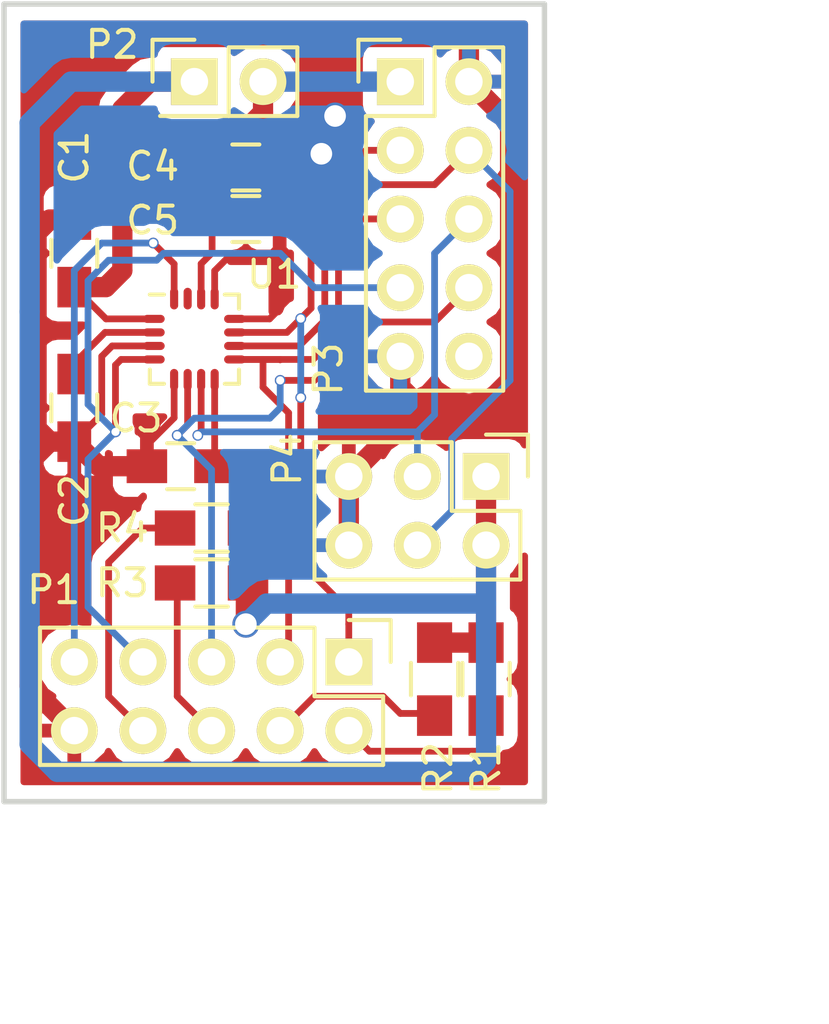
<source format=kicad_pcb>
(kicad_pcb (version 4) (host pcbnew 0.201509061501+6161~29~ubuntu14.04.1-product)

  (general
    (links 44)
    (no_connects 0)
    (area 98.375 98.645 133.5 139.700001)
    (thickness 1.6)
    (drawings 6)
    (tracks 201)
    (zones 0)
    (modules 14)
    (nets 17)
  )

  (page A4)
  (layers
    (0 F.Cu signal)
    (31 B.Cu signal)
    (32 B.Adhes user)
    (33 F.Adhes user)
    (34 B.Paste user)
    (35 F.Paste user)
    (36 B.SilkS user)
    (37 F.SilkS user)
    (38 B.Mask user)
    (39 F.Mask user)
    (40 Dwgs.User user)
    (41 Cmts.User user)
    (42 Eco1.User user)
    (43 Eco2.User user)
    (44 Edge.Cuts user)
    (45 Margin user)
    (46 B.CrtYd user)
    (47 F.CrtYd user)
    (48 B.Fab user)
    (49 F.Fab user)
  )

  (setup
    (last_trace_width 0.25)
    (trace_clearance 0.2)
    (zone_clearance 0.508)
    (zone_45_only no)
    (trace_min 0.2)
    (segment_width 0.2)
    (edge_width 0.2)
    (via_size 0.4)
    (via_drill 0.3)
    (via_min_size 0.4)
    (via_min_drill 0.3)
    (uvia_size 0.3)
    (uvia_drill 0.1)
    (uvias_allowed no)
    (uvia_min_size 0.2)
    (uvia_min_drill 0.1)
    (pcb_text_width 0.3)
    (pcb_text_size 1.5 1.5)
    (mod_edge_width 0.15)
    (mod_text_size 1 1)
    (mod_text_width 0.15)
    (pad_size 1.524 1.524)
    (pad_drill 0.762)
    (pad_to_mask_clearance 0.2)
    (aux_axis_origin 0 0)
    (visible_elements FFFFFF7F)
    (pcbplotparams
      (layerselection 0x010f0_80000001)
      (usegerberextensions true)
      (excludeedgelayer true)
      (linewidth 0.100000)
      (plotframeref false)
      (viasonmask false)
      (mode 1)
      (useauxorigin false)
      (hpglpennumber 1)
      (hpglpenspeed 20)
      (hpglpendiameter 15)
      (hpglpenoverlay 2)
      (psnegative false)
      (psa4output false)
      (plotreference true)
      (plotvalue true)
      (plotinvisibletext false)
      (padsonsilk false)
      (subtractmaskfromsilk false)
      (outputformat 1)
      (mirror false)
      (drillshape 0)
      (scaleselection 1)
      (outputdirectory gerbers/))
  )

  (net 0 "")
  (net 1 VDDIO)
  (net 2 GND)
  (net 3 "Net-(C2-Pad1)")
  (net 4 "Net-(C3-Pad1)")
  (net 5 VDD)
  (net 6 INT1)
  (net 7 "Net-(P1-Pad2)")
  (net 8 INT2)
  (net 9 "Net-(P1-Pad4)")
  (net 10 SCL/SCLK)
  (net 11 "Net-(P1-Pad6)")
  (net 12 SDA/MOSI)
  (net 13 "Net-(P1-Pad8)")
  (net 14 "Net-(P1-Pad9)")
  (net 15 SA0/MISO)
  (net 16 SA1/CS_B)

  (net_class Default "This is the default net class."
    (clearance 0.2)
    (trace_width 0.25)
    (via_dia 0.4)
    (via_drill 0.3)
    (uvia_dia 0.3)
    (uvia_drill 0.1)
    (add_net INT1)
    (add_net INT2)
    (add_net "Net-(C2-Pad1)")
    (add_net "Net-(C3-Pad1)")
    (add_net "Net-(P1-Pad2)")
    (add_net "Net-(P1-Pad4)")
    (add_net "Net-(P1-Pad6)")
    (add_net "Net-(P1-Pad8)")
    (add_net "Net-(P1-Pad9)")
    (add_net SA0/MISO)
    (add_net SA1/CS_B)
    (add_net SCL/SCLK)
    (add_net SDA/MOSI)
  )

  (net_class Power ""
    (clearance 0.2)
    (trace_width 0.75)
    (via_dia 1)
    (via_drill 0.8)
    (uvia_dia 0.3)
    (uvia_drill 0.1)
    (add_net GND)
    (add_net VDD)
    (add_net VDDIO)
  )

  (module Capacitors_SMD:C_0805_HandSoldering (layer F.Cu) (tedit 55E30071) (tstamp 55E2D367)
    (at 101.6 109.22 90)
    (descr "Capacitor SMD 0805, hand soldering")
    (tags "capacitor 0805")
    (path /55E1FED0)
    (attr smd)
    (fp_text reference C1 (at 3.556 0 90) (layer F.SilkS)
      (effects (font (size 1 1) (thickness 0.15)))
    )
    (fp_text value 0.1uF (at 0 2.1 90) (layer F.Fab) hide
      (effects (font (size 1 1) (thickness 0.15)))
    )
    (fp_line (start -2.3 -1) (end 2.3 -1) (layer F.CrtYd) (width 0.05))
    (fp_line (start -2.3 1) (end 2.3 1) (layer F.CrtYd) (width 0.05))
    (fp_line (start -2.3 -1) (end -2.3 1) (layer F.CrtYd) (width 0.05))
    (fp_line (start 2.3 -1) (end 2.3 1) (layer F.CrtYd) (width 0.05))
    (fp_line (start 0.5 -0.85) (end -0.5 -0.85) (layer F.SilkS) (width 0.15))
    (fp_line (start -0.5 0.85) (end 0.5 0.85) (layer F.SilkS) (width 0.15))
    (pad 1 smd rect (at -1.25 0 90) (size 1.5 1.25) (layers F.Cu F.Paste F.Mask)
      (net 1 VDDIO))
    (pad 2 smd rect (at 1.25 0 90) (size 1.5 1.25) (layers F.Cu F.Paste F.Mask)
      (net 2 GND))
    (model Capacitors_SMD.3dshapes/C_0805_HandSoldering.wrl
      (at (xyz 0 0 0))
      (scale (xyz 1 1 1))
      (rotate (xyz 0 0 0))
    )
  )

  (module Capacitors_SMD:C_0805_HandSoldering (layer F.Cu) (tedit 55E3006A) (tstamp 55E2D36D)
    (at 101.6 114.935 270)
    (descr "Capacitor SMD 0805, hand soldering")
    (tags "capacitor 0805")
    (path /55E1FA73)
    (attr smd)
    (fp_text reference C2 (at 3.429 0 270) (layer F.SilkS)
      (effects (font (size 1 1) (thickness 0.15)))
    )
    (fp_text value 0.1uF (at 0 2.1 270) (layer F.Fab) hide
      (effects (font (size 1 1) (thickness 0.15)))
    )
    (fp_line (start -2.3 -1) (end 2.3 -1) (layer F.CrtYd) (width 0.05))
    (fp_line (start -2.3 1) (end 2.3 1) (layer F.CrtYd) (width 0.05))
    (fp_line (start -2.3 -1) (end -2.3 1) (layer F.CrtYd) (width 0.05))
    (fp_line (start 2.3 -1) (end 2.3 1) (layer F.CrtYd) (width 0.05))
    (fp_line (start 0.5 -0.85) (end -0.5 -0.85) (layer F.SilkS) (width 0.15))
    (fp_line (start -0.5 0.85) (end 0.5 0.85) (layer F.SilkS) (width 0.15))
    (pad 1 smd rect (at -1.25 0 270) (size 1.5 1.25) (layers F.Cu F.Paste F.Mask)
      (net 3 "Net-(C2-Pad1)"))
    (pad 2 smd rect (at 1.25 0 270) (size 1.5 1.25) (layers F.Cu F.Paste F.Mask)
      (net 2 GND))
    (model Capacitors_SMD.3dshapes/C_0805_HandSoldering.wrl
      (at (xyz 0 0 0))
      (scale (xyz 1 1 1))
      (rotate (xyz 0 0 0))
    )
  )

  (module Capacitors_SMD:C_0805_HandSoldering (layer F.Cu) (tedit 55E30139) (tstamp 55E2D373)
    (at 105.537 117.094 180)
    (descr "Capacitor SMD 0805, hand soldering")
    (tags "capacitor 0805")
    (path /55E1FF1A)
    (attr smd)
    (fp_text reference C3 (at 1.651 1.778 180) (layer F.SilkS)
      (effects (font (size 1 1) (thickness 0.15)))
    )
    (fp_text value 0.1uF (at 0 2.1 180) (layer F.Fab) hide
      (effects (font (size 1 1) (thickness 0.15)))
    )
    (fp_line (start -2.3 -1) (end 2.3 -1) (layer F.CrtYd) (width 0.05))
    (fp_line (start -2.3 1) (end 2.3 1) (layer F.CrtYd) (width 0.05))
    (fp_line (start -2.3 -1) (end -2.3 1) (layer F.CrtYd) (width 0.05))
    (fp_line (start 2.3 -1) (end 2.3 1) (layer F.CrtYd) (width 0.05))
    (fp_line (start 0.5 -0.85) (end -0.5 -0.85) (layer F.SilkS) (width 0.15))
    (fp_line (start -0.5 0.85) (end 0.5 0.85) (layer F.SilkS) (width 0.15))
    (pad 1 smd rect (at -1.25 0 180) (size 1.5 1.25) (layers F.Cu F.Paste F.Mask)
      (net 4 "Net-(C3-Pad1)"))
    (pad 2 smd rect (at 1.25 0 180) (size 1.5 1.25) (layers F.Cu F.Paste F.Mask)
      (net 2 GND))
    (model Capacitors_SMD.3dshapes/C_0805_HandSoldering.wrl
      (at (xyz 0 0 0))
      (scale (xyz 1 1 1))
      (rotate (xyz 0 0 0))
    )
  )

  (module Capacitors_SMD:C_0805_HandSoldering (layer F.Cu) (tedit 55E30050) (tstamp 55E2D379)
    (at 107.95 106.045)
    (descr "Capacitor SMD 0805, hand soldering")
    (tags "capacitor 0805")
    (path /55E2015D)
    (attr smd)
    (fp_text reference C4 (at -3.45 -0.045) (layer F.SilkS)
      (effects (font (size 1 1) (thickness 0.15)))
    )
    (fp_text value 4.7uF (at 0 2.1) (layer F.Fab) hide
      (effects (font (size 1 1) (thickness 0.15)))
    )
    (fp_line (start -2.3 -1) (end 2.3 -1) (layer F.CrtYd) (width 0.05))
    (fp_line (start -2.3 1) (end 2.3 1) (layer F.CrtYd) (width 0.05))
    (fp_line (start -2.3 -1) (end -2.3 1) (layer F.CrtYd) (width 0.05))
    (fp_line (start 2.3 -1) (end 2.3 1) (layer F.CrtYd) (width 0.05))
    (fp_line (start 0.5 -0.85) (end -0.5 -0.85) (layer F.SilkS) (width 0.15))
    (fp_line (start -0.5 0.85) (end 0.5 0.85) (layer F.SilkS) (width 0.15))
    (pad 1 smd rect (at -1.25 0) (size 1.5 1.25) (layers F.Cu F.Paste F.Mask)
      (net 5 VDD))
    (pad 2 smd rect (at 1.25 0) (size 1.5 1.25) (layers F.Cu F.Paste F.Mask)
      (net 2 GND))
    (model Capacitors_SMD.3dshapes/C_0805_HandSoldering.wrl
      (at (xyz 0 0 0))
      (scale (xyz 1 1 1))
      (rotate (xyz 0 0 0))
    )
  )

  (module Capacitors_SMD:C_0805_HandSoldering (layer F.Cu) (tedit 55E3004B) (tstamp 55E2D37F)
    (at 107.95 107.95)
    (descr "Capacitor SMD 0805, hand soldering")
    (tags "capacitor 0805")
    (path /55E20068)
    (attr smd)
    (fp_text reference C5 (at -3.45 0.05) (layer F.SilkS)
      (effects (font (size 1 1) (thickness 0.15)))
    )
    (fp_text value 0.1uF (at 0 2.1) (layer F.Fab) hide
      (effects (font (size 1 1) (thickness 0.15)))
    )
    (fp_line (start -2.3 -1) (end 2.3 -1) (layer F.CrtYd) (width 0.05))
    (fp_line (start -2.3 1) (end 2.3 1) (layer F.CrtYd) (width 0.05))
    (fp_line (start -2.3 -1) (end -2.3 1) (layer F.CrtYd) (width 0.05))
    (fp_line (start 2.3 -1) (end 2.3 1) (layer F.CrtYd) (width 0.05))
    (fp_line (start 0.5 -0.85) (end -0.5 -0.85) (layer F.SilkS) (width 0.15))
    (fp_line (start -0.5 0.85) (end 0.5 0.85) (layer F.SilkS) (width 0.15))
    (pad 1 smd rect (at -1.25 0) (size 1.5 1.25) (layers F.Cu F.Paste F.Mask)
      (net 5 VDD))
    (pad 2 smd rect (at 1.25 0) (size 1.5 1.25) (layers F.Cu F.Paste F.Mask)
      (net 2 GND))
    (model Capacitors_SMD.3dshapes/C_0805_HandSoldering.wrl
      (at (xyz 0 0 0))
      (scale (xyz 1 1 1))
      (rotate (xyz 0 0 0))
    )
  )

  (module Pin_Headers:Pin_Header_Straight_2x05 (layer F.Cu) (tedit 55E300FF) (tstamp 55E2D38D)
    (at 111.76 124.333 270)
    (descr "Through hole pin header")
    (tags "pin header")
    (path /55E2C43C)
    (fp_text reference P1 (at -2.667 10.922 360) (layer F.SilkS)
      (effects (font (size 1 1) (thickness 0.15)))
    )
    (fp_text value CONN_02X05 (at 0 -3.1 270) (layer F.Fab) hide
      (effects (font (size 1 1) (thickness 0.15)))
    )
    (fp_line (start -1.75 -1.75) (end -1.75 11.95) (layer F.CrtYd) (width 0.05))
    (fp_line (start 4.3 -1.75) (end 4.3 11.95) (layer F.CrtYd) (width 0.05))
    (fp_line (start -1.75 -1.75) (end 4.3 -1.75) (layer F.CrtYd) (width 0.05))
    (fp_line (start -1.75 11.95) (end 4.3 11.95) (layer F.CrtYd) (width 0.05))
    (fp_line (start 3.81 -1.27) (end 3.81 11.43) (layer F.SilkS) (width 0.15))
    (fp_line (start 3.81 11.43) (end -1.27 11.43) (layer F.SilkS) (width 0.15))
    (fp_line (start -1.27 11.43) (end -1.27 1.27) (layer F.SilkS) (width 0.15))
    (fp_line (start 3.81 -1.27) (end 1.27 -1.27) (layer F.SilkS) (width 0.15))
    (fp_line (start 0 -1.55) (end -1.55 -1.55) (layer F.SilkS) (width 0.15))
    (fp_line (start 1.27 -1.27) (end 1.27 1.27) (layer F.SilkS) (width 0.15))
    (fp_line (start 1.27 1.27) (end -1.27 1.27) (layer F.SilkS) (width 0.15))
    (fp_line (start -1.55 -1.55) (end -1.55 0) (layer F.SilkS) (width 0.15))
    (pad 1 thru_hole rect (at 0 0 270) (size 1.7272 1.7272) (drill 1.016) (layers *.Cu *.Mask F.SilkS)
      (net 6 INT1))
    (pad 2 thru_hole oval (at 2.54 0 270) (size 1.7272 1.7272) (drill 1.016) (layers *.Cu *.Mask F.SilkS)
      (net 7 "Net-(P1-Pad2)"))
    (pad 3 thru_hole oval (at 0 2.54 270) (size 1.7272 1.7272) (drill 1.016) (layers *.Cu *.Mask F.SilkS)
      (net 8 INT2))
    (pad 4 thru_hole oval (at 2.54 2.54 270) (size 1.7272 1.7272) (drill 1.016) (layers *.Cu *.Mask F.SilkS)
      (net 9 "Net-(P1-Pad4)"))
    (pad 5 thru_hole oval (at 0 5.08 270) (size 1.7272 1.7272) (drill 1.016) (layers *.Cu *.Mask F.SilkS)
      (net 12 SDA/MOSI))
    (pad 6 thru_hole oval (at 2.54 5.08 270) (size 1.7272 1.7272) (drill 1.016) (layers *.Cu *.Mask F.SilkS)
      (net 11 "Net-(P1-Pad6)"))
    (pad 7 thru_hole oval (at 0 7.62 270) (size 1.7272 1.7272) (drill 1.016) (layers *.Cu *.Mask F.SilkS)
      (net 10 SCL/SCLK))
    (pad 8 thru_hole oval (at 2.54 7.62 270) (size 1.7272 1.7272) (drill 1.016) (layers *.Cu *.Mask F.SilkS)
      (net 13 "Net-(P1-Pad8)"))
    (pad 9 thru_hole oval (at 0 10.16 270) (size 1.7272 1.7272) (drill 1.016) (layers *.Cu *.Mask F.SilkS)
      (net 14 "Net-(P1-Pad9)"))
    (pad 10 thru_hole oval (at 2.54 10.16 270) (size 1.7272 1.7272) (drill 1.016) (layers *.Cu *.Mask F.SilkS)
      (net 2 GND))
    (model Pin_Headers.3dshapes/Pin_Header_Straight_2x05.wrl
      (at (xyz 0.05 -0.2 0))
      (scale (xyz 1 1 1))
      (rotate (xyz 0 0 90))
    )
  )

  (module Pin_Headers:Pin_Header_Straight_2x01 (layer F.Cu) (tedit 55E30002) (tstamp 55E2D393)
    (at 106.045 102.87)
    (descr "Through hole pin header")
    (tags "pin header")
    (path /55E2E21C)
    (fp_text reference P2 (at -3.045 -1.37) (layer F.SilkS)
      (effects (font (size 1 1) (thickness 0.15)))
    )
    (fp_text value CONN_02X01 (at 0 -3.1) (layer F.Fab) hide
      (effects (font (size 1 1) (thickness 0.15)))
    )
    (fp_line (start -1.75 -1.75) (end -1.75 1.75) (layer F.CrtYd) (width 0.05))
    (fp_line (start 4.3 -1.75) (end 4.3 1.75) (layer F.CrtYd) (width 0.05))
    (fp_line (start -1.75 -1.75) (end 4.3 -1.75) (layer F.CrtYd) (width 0.05))
    (fp_line (start -1.75 1.75) (end 4.3 1.75) (layer F.CrtYd) (width 0.05))
    (fp_line (start -1.55 0) (end -1.55 -1.55) (layer F.SilkS) (width 0.15))
    (fp_line (start 0 -1.55) (end -1.55 -1.55) (layer F.SilkS) (width 0.15))
    (fp_line (start -1.27 1.27) (end 1.27 1.27) (layer F.SilkS) (width 0.15))
    (fp_line (start 3.81 -1.27) (end 1.27 -1.27) (layer F.SilkS) (width 0.15))
    (fp_line (start 1.27 -1.27) (end 1.27 1.27) (layer F.SilkS) (width 0.15))
    (fp_line (start 1.27 1.27) (end 3.81 1.27) (layer F.SilkS) (width 0.15))
    (fp_line (start 3.81 1.27) (end 3.81 -1.27) (layer F.SilkS) (width 0.15))
    (pad 1 thru_hole rect (at 0 0) (size 1.7272 1.7272) (drill 1.016) (layers *.Cu *.Mask F.SilkS)
      (net 1 VDDIO))
    (pad 2 thru_hole oval (at 2.54 0) (size 1.7272 1.7272) (drill 1.016) (layers *.Cu *.Mask F.SilkS)
      (net 5 VDD))
    (model Pin_Headers.3dshapes/Pin_Header_Straight_2x01.wrl
      (at (xyz 0.05 0 0))
      (scale (xyz 1 1 1))
      (rotate (xyz 0 0 90))
    )
  )

  (module Pin_Headers:Pin_Header_Straight_2x05 (layer F.Cu) (tedit 55E30008) (tstamp 55E2D3A1)
    (at 113.665 102.87)
    (descr "Through hole pin header")
    (tags "pin header")
    (path /55E2DE31)
    (fp_text reference P3 (at -2.665 10.63 90) (layer F.SilkS)
      (effects (font (size 1 1) (thickness 0.15)))
    )
    (fp_text value CONN_02X05 (at 0 -3.1) (layer F.Fab) hide
      (effects (font (size 1 1) (thickness 0.15)))
    )
    (fp_line (start -1.75 -1.75) (end -1.75 11.95) (layer F.CrtYd) (width 0.05))
    (fp_line (start 4.3 -1.75) (end 4.3 11.95) (layer F.CrtYd) (width 0.05))
    (fp_line (start -1.75 -1.75) (end 4.3 -1.75) (layer F.CrtYd) (width 0.05))
    (fp_line (start -1.75 11.95) (end 4.3 11.95) (layer F.CrtYd) (width 0.05))
    (fp_line (start 3.81 -1.27) (end 3.81 11.43) (layer F.SilkS) (width 0.15))
    (fp_line (start 3.81 11.43) (end -1.27 11.43) (layer F.SilkS) (width 0.15))
    (fp_line (start -1.27 11.43) (end -1.27 1.27) (layer F.SilkS) (width 0.15))
    (fp_line (start 3.81 -1.27) (end 1.27 -1.27) (layer F.SilkS) (width 0.15))
    (fp_line (start 0 -1.55) (end -1.55 -1.55) (layer F.SilkS) (width 0.15))
    (fp_line (start 1.27 -1.27) (end 1.27 1.27) (layer F.SilkS) (width 0.15))
    (fp_line (start 1.27 1.27) (end -1.27 1.27) (layer F.SilkS) (width 0.15))
    (fp_line (start -1.55 -1.55) (end -1.55 0) (layer F.SilkS) (width 0.15))
    (pad 1 thru_hole rect (at 0 0) (size 1.7272 1.7272) (drill 1.016) (layers *.Cu *.Mask F.SilkS)
      (net 5 VDD))
    (pad 2 thru_hole oval (at 2.54 0) (size 1.7272 1.7272) (drill 1.016) (layers *.Cu *.Mask F.SilkS)
      (net 2 GND))
    (pad 3 thru_hole oval (at 0 2.54) (size 1.7272 1.7272) (drill 1.016) (layers *.Cu *.Mask F.SilkS)
      (net 6 INT1))
    (pad 4 thru_hole oval (at 2.54 2.54) (size 1.7272 1.7272) (drill 1.016) (layers *.Cu *.Mask F.SilkS)
      (net 16 SA1/CS_B))
    (pad 5 thru_hole oval (at 0 5.08) (size 1.7272 1.7272) (drill 1.016) (layers *.Cu *.Mask F.SilkS)
      (net 8 INT2))
    (pad 6 thru_hole oval (at 2.54 5.08) (size 1.7272 1.7272) (drill 1.016) (layers *.Cu *.Mask F.SilkS)
      (net 15 SA0/MISO))
    (pad 7 thru_hole oval (at 0 7.62) (size 1.7272 1.7272) (drill 1.016) (layers *.Cu *.Mask F.SilkS)
      (net 10 SCL/SCLK))
    (pad 8 thru_hole oval (at 2.54 7.62) (size 1.7272 1.7272) (drill 1.016) (layers *.Cu *.Mask F.SilkS)
      (net 12 SDA/MOSI))
    (pad 9 thru_hole oval (at 0 10.16) (size 1.7272 1.7272) (drill 1.016) (layers *.Cu *.Mask F.SilkS)
      (net 2 GND))
    (pad 10 thru_hole oval (at 2.54 10.16) (size 1.7272 1.7272) (drill 1.016) (layers *.Cu *.Mask F.SilkS))
    (model Pin_Headers.3dshapes/Pin_Header_Straight_2x05.wrl
      (at (xyz 0.05 -0.2 0))
      (scale (xyz 1 1 1))
      (rotate (xyz 0 0 90))
    )
  )

  (module Resistors_SMD:R_0805_HandSoldering (layer F.Cu) (tedit 55E300DE) (tstamp 55E2D3A7)
    (at 116.84 124.968 270)
    (descr "Resistor SMD 0805, hand soldering")
    (tags "resistor 0805")
    (path /55E2CBF8)
    (attr smd)
    (fp_text reference R1 (at 3.302 0 270) (layer F.SilkS)
      (effects (font (size 1 1) (thickness 0.15)))
    )
    (fp_text value 1k (at 0 2.1 270) (layer F.Fab) hide
      (effects (font (size 1 1) (thickness 0.15)))
    )
    (fp_line (start -2.4 -1) (end 2.4 -1) (layer F.CrtYd) (width 0.05))
    (fp_line (start -2.4 1) (end 2.4 1) (layer F.CrtYd) (width 0.05))
    (fp_line (start -2.4 -1) (end -2.4 1) (layer F.CrtYd) (width 0.05))
    (fp_line (start 2.4 -1) (end 2.4 1) (layer F.CrtYd) (width 0.05))
    (fp_line (start 0.6 0.875) (end -0.6 0.875) (layer F.SilkS) (width 0.15))
    (fp_line (start -0.6 -0.875) (end 0.6 -0.875) (layer F.SilkS) (width 0.15))
    (pad 1 smd rect (at -1.35 0 270) (size 1.5 1.3) (layers F.Cu F.Paste F.Mask)
      (net 1 VDDIO))
    (pad 2 smd rect (at 1.35 0 270) (size 1.5 1.3) (layers F.Cu F.Paste F.Mask)
      (net 7 "Net-(P1-Pad2)"))
    (model Resistors_SMD.3dshapes/R_0805_HandSoldering.wrl
      (at (xyz 0 0 0))
      (scale (xyz 1 1 1))
      (rotate (xyz 0 0 0))
    )
  )

  (module Resistors_SMD:R_0805_HandSoldering (layer F.Cu) (tedit 55E300DA) (tstamp 55E2D3AD)
    (at 114.935 124.968 270)
    (descr "Resistor SMD 0805, hand soldering")
    (tags "resistor 0805")
    (path /55E2CBA1)
    (attr smd)
    (fp_text reference R2 (at 3.302 -0.127 270) (layer F.SilkS)
      (effects (font (size 1 1) (thickness 0.15)))
    )
    (fp_text value 1k (at 0 2.1 270) (layer F.Fab) hide
      (effects (font (size 1 1) (thickness 0.15)))
    )
    (fp_line (start -2.4 -1) (end 2.4 -1) (layer F.CrtYd) (width 0.05))
    (fp_line (start -2.4 1) (end 2.4 1) (layer F.CrtYd) (width 0.05))
    (fp_line (start -2.4 -1) (end -2.4 1) (layer F.CrtYd) (width 0.05))
    (fp_line (start 2.4 -1) (end 2.4 1) (layer F.CrtYd) (width 0.05))
    (fp_line (start 0.6 0.875) (end -0.6 0.875) (layer F.SilkS) (width 0.15))
    (fp_line (start -0.6 -0.875) (end 0.6 -0.875) (layer F.SilkS) (width 0.15))
    (pad 1 smd rect (at -1.35 0 270) (size 1.5 1.3) (layers F.Cu F.Paste F.Mask)
      (net 1 VDDIO))
    (pad 2 smd rect (at 1.35 0 270) (size 1.5 1.3) (layers F.Cu F.Paste F.Mask)
      (net 9 "Net-(P1-Pad4)"))
    (model Resistors_SMD.3dshapes/R_0805_HandSoldering.wrl
      (at (xyz 0 0 0))
      (scale (xyz 1 1 1))
      (rotate (xyz 0 0 0))
    )
  )

  (module Resistors_SMD:R_0805_HandSoldering (layer F.Cu) (tedit 55E3008D) (tstamp 55E2D3B3)
    (at 106.68 121.412 180)
    (descr "Resistor SMD 0805, hand soldering")
    (tags "resistor 0805")
    (path /55E2C9E2)
    (attr smd)
    (fp_text reference R3 (at 3.302 0 180) (layer F.SilkS)
      (effects (font (size 1 1) (thickness 0.15)))
    )
    (fp_text value 1k (at 0 2.1 180) (layer F.Fab) hide
      (effects (font (size 1 1) (thickness 0.15)))
    )
    (fp_line (start -2.4 -1) (end 2.4 -1) (layer F.CrtYd) (width 0.05))
    (fp_line (start -2.4 1) (end 2.4 1) (layer F.CrtYd) (width 0.05))
    (fp_line (start -2.4 -1) (end -2.4 1) (layer F.CrtYd) (width 0.05))
    (fp_line (start 2.4 -1) (end 2.4 1) (layer F.CrtYd) (width 0.05))
    (fp_line (start 0.6 0.875) (end -0.6 0.875) (layer F.SilkS) (width 0.15))
    (fp_line (start -0.6 -0.875) (end 0.6 -0.875) (layer F.SilkS) (width 0.15))
    (pad 1 smd rect (at -1.35 0 180) (size 1.5 1.3) (layers F.Cu F.Paste F.Mask)
      (net 1 VDDIO))
    (pad 2 smd rect (at 1.35 0 180) (size 1.5 1.3) (layers F.Cu F.Paste F.Mask)
      (net 11 "Net-(P1-Pad6)"))
    (model Resistors_SMD.3dshapes/R_0805_HandSoldering.wrl
      (at (xyz 0 0 0))
      (scale (xyz 1 1 1))
      (rotate (xyz 0 0 0))
    )
  )

  (module Resistors_SMD:R_0805_HandSoldering (layer F.Cu) (tedit 55E30085) (tstamp 55E2D3B9)
    (at 106.68 119.38 180)
    (descr "Resistor SMD 0805, hand soldering")
    (tags "resistor 0805")
    (path /55E2CC2A)
    (attr smd)
    (fp_text reference R4 (at 3.302 0 180) (layer F.SilkS)
      (effects (font (size 1 1) (thickness 0.15)))
    )
    (fp_text value 1k (at 0 2.1 180) (layer F.Fab) hide
      (effects (font (size 1 1) (thickness 0.15)))
    )
    (fp_line (start -2.4 -1) (end 2.4 -1) (layer F.CrtYd) (width 0.05))
    (fp_line (start -2.4 1) (end 2.4 1) (layer F.CrtYd) (width 0.05))
    (fp_line (start -2.4 -1) (end -2.4 1) (layer F.CrtYd) (width 0.05))
    (fp_line (start 2.4 -1) (end 2.4 1) (layer F.CrtYd) (width 0.05))
    (fp_line (start 0.6 0.875) (end -0.6 0.875) (layer F.SilkS) (width 0.15))
    (fp_line (start -0.6 -0.875) (end 0.6 -0.875) (layer F.SilkS) (width 0.15))
    (pad 1 smd rect (at -1.35 0 180) (size 1.5 1.3) (layers F.Cu F.Paste F.Mask)
      (net 1 VDDIO))
    (pad 2 smd rect (at 1.35 0 180) (size 1.5 1.3) (layers F.Cu F.Paste F.Mask)
      (net 13 "Net-(P1-Pad8)"))
    (model Resistors_SMD.3dshapes/R_0805_HandSoldering.wrl
      (at (xyz 0 0 0))
      (scale (xyz 1 1 1))
      (rotate (xyz 0 0 0))
    )
  )

  (module custom:QFN-16_3x3mm_p0.5mm-FXOS (layer F.Cu) (tedit 55E30055) (tstamp 55E2DF37)
    (at 106.045 112.395)
    (descr "16-Lead Quad Flat, No Lead Package 3x3x0.5 mm Body QFN - Special for FXOS")
    (tags "QFN 0.5")
    (path /55E1F850)
    (solder_mask_margin 0.113)
    (solder_paste_margin -0.015)
    (attr smd)
    (fp_text reference U1 (at 2.955 -2.395) (layer F.SilkS)
      (effects (font (size 1 1) (thickness 0.15)))
    )
    (fp_text value FXOS8700CQ (at 0 2.9) (layer F.Fab) hide
      (effects (font (size 1 1) (thickness 0.15)))
    )
    (fp_line (start -2.75 -2.75) (end 2.75 -2.75) (layer F.CrtYd) (width 0.05))
    (fp_line (start 2.75 -2.75) (end 2.75 2.5) (layer F.CrtYd) (width 0.05))
    (fp_line (start 2.75 2.5) (end 2.75 2.75) (layer F.CrtYd) (width 0.05))
    (fp_line (start 2.75 2.75) (end -2.75 2.75) (layer F.CrtYd) (width 0.05))
    (fp_line (start -2.75 2.75) (end -2.75 -2.75) (layer F.CrtYd) (width 0.05))
    (fp_line (start 1.65 -1.65) (end 1.65 -1.125) (layer F.SilkS) (width 0.15))
    (fp_line (start -1.65 1.65) (end -1.65 1.125) (layer F.SilkS) (width 0.15))
    (fp_line (start 1.65 1.65) (end 1.65 1.125) (layer F.SilkS) (width 0.15))
    (fp_line (start -1.65 -1.65) (end -1.125 -1.65) (layer F.SilkS) (width 0.15))
    (fp_line (start -1.65 1.65) (end -1.125 1.65) (layer F.SilkS) (width 0.15))
    (fp_line (start 1.65 1.65) (end 1.125 1.65) (layer F.SilkS) (width 0.15))
    (fp_line (start 1.65 -1.65) (end 1.125 -1.65) (layer F.SilkS) (width 0.15))
    (pad 1 smd oval (at -1.5 -0.75) (size 0.8 0.3) (layers F.Cu F.Paste F.Mask)
      (net 1 VDDIO))
    (pad 2 smd oval (at -1.5 -0.25) (size 0.8 0.3) (layers F.Cu F.Paste F.Mask)
      (net 3 "Net-(C2-Pad1)"))
    (pad 3 smd oval (at -1.5 0.25) (size 0.8 0.3) (layers F.Cu F.Paste F.Mask)
      (net 2 GND))
    (pad 4 smd oval (at -1.5 0.75) (size 0.8 0.3) (layers F.Cu F.Paste F.Mask)
      (net 10 SCL/SCLK))
    (pad 5 smd oval (at -0.75 1.5 90) (size 0.8 0.3) (layers F.Cu F.Paste F.Mask)
      (net 2 GND))
    (pad 6 smd oval (at -0.25 1.5 90) (size 0.8 0.3) (layers F.Cu F.Paste F.Mask)
      (net 12 SDA/MOSI))
    (pad 7 smd oval (at 0.25 1.5 90) (size 0.8 0.3) (layers F.Cu F.Paste F.Mask)
      (net 15 SA0/MISO))
    (pad 8 smd oval (at 0.75 1.5 90) (size 0.8 0.3) (layers F.Cu F.Paste F.Mask)
      (net 4 "Net-(C3-Pad1)"))
    (pad 9 smd oval (at 1.5 0.75) (size 0.8 0.3) (layers F.Cu F.Paste F.Mask)
      (net 8 INT2))
    (pad 10 smd oval (at 1.5 0.25) (size 0.8 0.3) (layers F.Cu F.Paste F.Mask)
      (net 16 SA1/CS_B))
    (pad 11 smd oval (at 1.5 -0.25) (size 0.8 0.3) (layers F.Cu F.Paste F.Mask)
      (net 6 INT1))
    (pad 12 smd oval (at 1.5 -0.75) (size 0.8 0.3) (layers F.Cu F.Paste F.Mask)
      (net 2 GND))
    (pad 13 smd oval (at 0.75 -1.5 90) (size 0.8 0.3) (layers F.Cu F.Paste F.Mask)
      (net 2 GND))
    (pad 14 smd oval (at 0.25 -1.5 90) (size 0.8 0.3) (layers F.Cu F.Paste F.Mask)
      (net 5 VDD))
    (pad 15 smd oval (at -0.25 -1.5 90) (size 0.8 0.3) (layers F.Cu F.Paste F.Mask))
    (pad 16 smd oval (at -0.75 -1.5 90) (size 0.8 0.3) (layers F.Cu F.Paste F.Mask)
      (net 14 "Net-(P1-Pad9)"))
    (pad 17 smd rect (at 0 0) (size 2 2) (layers F.Paste F.Mask))
    (model Housings_DFN_QFN.3dshapes/UQFN-16-1EP_3x3mm_Pitch0.5mm.wrl
      (at (xyz 0 0 0))
      (scale (xyz 1 1 1))
      (rotate (xyz 0 0 0))
    )
  )

  (module Pin_Headers:Pin_Header_Straight_2x03 (layer F.Cu) (tedit 55E30112) (tstamp 55E2F610)
    (at 116.84 117.475 270)
    (descr "Through hole pin header")
    (tags "pin header")
    (path /55E2F80A)
    (fp_text reference P4 (at -0.635 7.366 270) (layer F.SilkS)
      (effects (font (size 1 1) (thickness 0.15)))
    )
    (fp_text value CONN_02X03 (at 0 -3.1 270) (layer F.Fab) hide
      (effects (font (size 1 1) (thickness 0.15)))
    )
    (fp_line (start -1.27 1.27) (end -1.27 6.35) (layer F.SilkS) (width 0.15))
    (fp_line (start -1.55 -1.55) (end 0 -1.55) (layer F.SilkS) (width 0.15))
    (fp_line (start -1.75 -1.75) (end -1.75 6.85) (layer F.CrtYd) (width 0.05))
    (fp_line (start 4.3 -1.75) (end 4.3 6.85) (layer F.CrtYd) (width 0.05))
    (fp_line (start -1.75 -1.75) (end 4.3 -1.75) (layer F.CrtYd) (width 0.05))
    (fp_line (start -1.75 6.85) (end 4.3 6.85) (layer F.CrtYd) (width 0.05))
    (fp_line (start 1.27 -1.27) (end 1.27 1.27) (layer F.SilkS) (width 0.15))
    (fp_line (start 1.27 1.27) (end -1.27 1.27) (layer F.SilkS) (width 0.15))
    (fp_line (start -1.27 6.35) (end 3.81 6.35) (layer F.SilkS) (width 0.15))
    (fp_line (start 3.81 6.35) (end 3.81 1.27) (layer F.SilkS) (width 0.15))
    (fp_line (start -1.55 -1.55) (end -1.55 0) (layer F.SilkS) (width 0.15))
    (fp_line (start 3.81 -1.27) (end 1.27 -1.27) (layer F.SilkS) (width 0.15))
    (fp_line (start 3.81 1.27) (end 3.81 -1.27) (layer F.SilkS) (width 0.15))
    (pad 1 thru_hole rect (at 0 0 270) (size 1.7272 1.7272) (drill 1.016) (layers *.Cu *.Mask F.SilkS)
      (net 1 VDDIO))
    (pad 2 thru_hole oval (at 2.54 0 270) (size 1.7272 1.7272) (drill 1.016) (layers *.Cu *.Mask F.SilkS)
      (net 1 VDDIO))
    (pad 3 thru_hole oval (at 0 2.54 270) (size 1.7272 1.7272) (drill 1.016) (layers *.Cu *.Mask F.SilkS)
      (net 15 SA0/MISO))
    (pad 4 thru_hole oval (at 2.54 2.54 270) (size 1.7272 1.7272) (drill 1.016) (layers *.Cu *.Mask F.SilkS)
      (net 16 SA1/CS_B))
    (pad 5 thru_hole oval (at 0 5.08 270) (size 1.7272 1.7272) (drill 1.016) (layers *.Cu *.Mask F.SilkS)
      (net 2 GND))
    (pad 6 thru_hole oval (at 2.54 5.08 270) (size 1.7272 1.7272) (drill 1.016) (layers *.Cu *.Mask F.SilkS)
      (net 2 GND))
    (model Pin_Headers.3dshapes/Pin_Header_Straight_2x03.wrl
      (at (xyz 0.05 -0.1 0))
      (scale (xyz 1 1 1))
      (rotate (xyz 0 0 90))
    )
  )

  (dimension 29.5 (width 0.3) (layer Dwgs.User)
    (gr_text "29.500 mm" (at 126.85 114.75 270) (layer Dwgs.User)
      (effects (font (size 1.5 1.5) (thickness 0.3)))
    )
    (feature1 (pts (xy 120 129.5) (xy 128.2 129.5)))
    (feature2 (pts (xy 120 100) (xy 128.2 100)))
    (crossbar (pts (xy 125.5 100) (xy 125.5 129.5)))
    (arrow1a (pts (xy 125.5 129.5) (xy 124.913579 128.373496)))
    (arrow1b (pts (xy 125.5 129.5) (xy 126.086421 128.373496)))
    (arrow2a (pts (xy 125.5 100) (xy 124.913579 101.126504)))
    (arrow2b (pts (xy 125.5 100) (xy 126.086421 101.126504)))
  )
  (dimension 20 (width 0.3) (layer Dwgs.User)
    (gr_text "20.000 mm" (at 109 138.35) (layer Dwgs.User)
      (effects (font (size 1.5 1.5) (thickness 0.3)))
    )
    (feature1 (pts (xy 119 130) (xy 119 139.7)))
    (feature2 (pts (xy 99 130) (xy 99 139.7)))
    (crossbar (pts (xy 99 137) (xy 119 137)))
    (arrow1a (pts (xy 119 137) (xy 117.873496 137.586421)))
    (arrow1b (pts (xy 119 137) (xy 117.873496 136.413579)))
    (arrow2a (pts (xy 99 137) (xy 100.126504 137.586421)))
    (arrow2b (pts (xy 99 137) (xy 100.126504 136.413579)))
  )
  (gr_line (start 119 100) (end 99 100) (angle 90) (layer Edge.Cuts) (width 0.2))
  (gr_line (start 119 129.5) (end 119 100) (angle 90) (layer Edge.Cuts) (width 0.2))
  (gr_line (start 99 129.5) (end 119 129.5) (angle 90) (layer Edge.Cuts) (width 0.2))
  (gr_line (start 99 100) (end 99 129.5) (angle 90) (layer Edge.Cuts) (width 0.2))

  (segment (start 108.03 121.412) (end 107.95 121.492) (width 0.75) (layer F.Cu) (net 1))
  (segment (start 107.95 121.492) (end 107.95 122.936) (width 0.75) (layer F.Cu) (net 1) (tstamp 55E2FDBC))
  (segment (start 108.712 122.174) (end 116.84 122.174) (width 0.75) (layer B.Cu) (net 1) (tstamp 55E2FDD2))
  (segment (start 107.95 122.936) (end 108.712 122.174) (width 0.75) (layer B.Cu) (net 1) (tstamp 55E2FDD1))
  (via (at 107.95 122.936) (size 1) (drill 0.8) (layers F.Cu B.Cu) (net 1))
  (segment (start 108.03 121.412) (end 108.03 119.38) (width 0.75) (layer F.Cu) (net 1))
  (segment (start 116.84 120.015) (end 116.84 123.618) (width 0.75) (layer F.Cu) (net 1))
  (segment (start 116.84 120.015) (end 116.84 122.174) (width 0.75) (layer B.Cu) (net 1))
  (segment (start 116.84 122.174) (end 116.84 128.016) (width 0.75) (layer B.Cu) (net 1) (tstamp 55E2FDDE))
  (segment (start 99.949 111.379) (end 99.949 104.394) (width 0.75) (layer B.Cu) (net 1) (tstamp 55E2EC78))
  (segment (start 99.949 104.394) (end 101.473 102.87) (width 0.75) (layer B.Cu) (net 1) (tstamp 55E2EC85))
  (segment (start 101.473 102.87) (end 106.045 102.87) (width 0.75) (layer B.Cu) (net 1) (tstamp 55E2EC89))
  (segment (start 99.949 119.634) (end 99.949 111.379) (width 0.75) (layer B.Cu) (net 1))
  (segment (start 99.949 127.381) (end 99.949 119.634) (width 0.75) (layer B.Cu) (net 1) (tstamp 55E2F810))
  (segment (start 100.965 128.397) (end 99.949 127.381) (width 0.75) (layer B.Cu) (net 1) (tstamp 55E2F805))
  (segment (start 116.459 128.397) (end 100.965 128.397) (width 0.75) (layer B.Cu) (net 1) (tstamp 55E2F7F9))
  (segment (start 116.84 128.016) (end 116.459 128.397) (width 0.75) (layer B.Cu) (net 1) (tstamp 55E2F7F5))
  (segment (start 116.84 120.015) (end 116.84 117.475) (width 0.75) (layer F.Cu) (net 1))
  (segment (start 114.935 123.618) (end 114.808 123.491) (width 0.75) (layer F.Cu) (net 1))
  (segment (start 114.935 123.618) (end 116.84 123.618) (width 0.75) (layer F.Cu) (net 1))
  (segment (start 101.6 110.47) (end 102.763 110.47) (width 0.75) (layer F.Cu) (net 1))
  (segment (start 102.763 110.47) (end 103.378 109.855) (width 0.75) (layer F.Cu) (net 1) (tstamp 55E2DC57))
  (segment (start 103.378 109.855) (end 103.378 103.886) (width 0.75) (layer F.Cu) (net 1) (tstamp 55E2DC6B))
  (segment (start 103.378 103.886) (end 104.394 102.87) (width 0.75) (layer F.Cu) (net 1) (tstamp 55E2DC74))
  (segment (start 104.394 102.87) (end 106.045 102.87) (width 0.75) (layer F.Cu) (net 1) (tstamp 55E2DC75))
  (segment (start 104.545 111.645) (end 102.775 111.645) (width 0.25) (layer F.Cu) (net 1))
  (segment (start 102.775 111.645) (end 101.6 110.47) (width 0.25) (layer F.Cu) (net 1) (tstamp 55E2DA66))
  (via (at 110.744 105.537) (size 1) (drill 0.8) (layers F.Cu B.Cu) (net 2))
  (via (at 111.252 104.14) (size 1) (drill 0.8) (layers F.Cu B.Cu) (net 2))
  (segment (start 101.6 116.185) (end 102.509 117.094) (width 0.75) (layer F.Cu) (net 2))
  (segment (start 102.509 117.094) (end 104.287 117.094) (width 0.75) (layer F.Cu) (net 2) (tstamp 55E2F8FA))
  (segment (start 101.6 126.873) (end 99.949 125.222) (width 0.75) (layer F.Cu) (net 2))
  (segment (start 99.949 116.927) (end 100.691 116.185) (width 0.75) (layer F.Cu) (net 2) (tstamp 55E2F8E0))
  (segment (start 99.949 125.222) (end 99.949 116.927) (width 0.75) (layer F.Cu) (net 2) (tstamp 55E2F8DB))
  (segment (start 111.76 117.475) (end 114.427 114.808) (width 0.75) (layer F.Cu) (net 2))
  (segment (start 114.427 114.808) (end 114.3 114.808) (width 0.75) (layer F.Cu) (net 2) (tstamp 55E2F797))
  (segment (start 111.76 120.015) (end 111.76 117.475) (width 0.75) (layer F.Cu) (net 2))
  (segment (start 113.665 113.03) (end 113.665 114.173) (width 0.75) (layer F.Cu) (net 2))
  (segment (start 113.665 114.173) (end 114.3 114.808) (width 0.75) (layer F.Cu) (net 2) (tstamp 55E2DD0C))
  (segment (start 117.729 104.394) (end 116.205 102.87) (width 0.75) (layer F.Cu) (net 2) (tstamp 55E2DD20))
  (segment (start 114.3 114.808) (end 116.84 114.808) (width 0.75) (layer F.Cu) (net 2) (tstamp 55E2DD10))
  (segment (start 116.84 114.808) (end 117.729 113.919) (width 0.75) (layer F.Cu) (net 2) (tstamp 55E2DD1A))
  (segment (start 117.729 113.919) (end 117.729 104.394) (width 0.75) (layer F.Cu) (net 2) (tstamp 55E2DD1B))
  (segment (start 109.2 106.045) (end 110.236 106.045) (width 0.75) (layer F.Cu) (net 2))
  (segment (start 111.252 105.029) (end 111.252 104.14) (width 0.75) (layer F.Cu) (net 2) (tstamp 55E2DCF6))
  (segment (start 111.252 104.14) (end 111.252 101.219) (width 0.75) (layer F.Cu) (net 2) (tstamp 55E3025B))
  (segment (start 110.236 106.045) (end 110.744 105.537) (width 0.75) (layer F.Cu) (net 2) (tstamp 55E2DCF4))
  (segment (start 110.744 105.537) (end 111.252 105.029) (width 0.75) (layer F.Cu) (net 2) (tstamp 55E3026E))
  (segment (start 109.2 106.045) (end 109.2 107.95) (width 0.75) (layer F.Cu) (net 2))
  (segment (start 101.6 116.185) (end 100.691 116.185) (width 0.75) (layer F.Cu) (net 2))
  (segment (start 100.691 107.97) (end 101.6 107.97) (width 0.75) (layer F.Cu) (net 2) (tstamp 55E2DCCB))
  (segment (start 100.203 108.458) (end 100.691 107.97) (width 0.75) (layer F.Cu) (net 2) (tstamp 55E2DCC7))
  (segment (start 100.203 115.697) (end 100.203 108.458) (width 0.75) (layer F.Cu) (net 2) (tstamp 55E2DCC1))
  (segment (start 100.691 116.185) (end 100.203 115.697) (width 0.75) (layer F.Cu) (net 2) (tstamp 55E2DCBA))
  (segment (start 116.205 102.87) (end 116.205 101.346) (width 0.75) (layer F.Cu) (net 2))
  (segment (start 116.078 101.219) (end 111.252 101.219) (width 0.75) (layer F.Cu) (net 2) (tstamp 55E2DC80))
  (segment (start 116.205 101.346) (end 116.078 101.219) (width 0.75) (layer F.Cu) (net 2) (tstamp 55E2DC7D))
  (segment (start 111.252 101.219) (end 102.997 101.219) (width 0.75) (layer F.Cu) (net 2) (tstamp 55E2DCFD))
  (segment (start 101.6 102.616) (end 101.6 107.97) (width 0.75) (layer F.Cu) (net 2) (tstamp 55E2DC8D))
  (segment (start 102.997 101.219) (end 101.6 102.616) (width 0.75) (layer F.Cu) (net 2) (tstamp 55E2DC8A))
  (segment (start 107.545 111.645) (end 108.827 111.645) (width 0.25) (layer F.Cu) (net 2))
  (segment (start 109.2 111.272) (end 109.2 111.252) (width 0.25) (layer F.Cu) (net 2) (tstamp 55E2DB6D))
  (segment (start 109.2 111.252) (end 109.2 109.113) (width 0.25) (layer F.Cu) (net 2) (tstamp 55E2DB72))
  (segment (start 108.827 111.645) (end 109.2 111.272) (width 0.25) (layer F.Cu) (net 2) (tstamp 55E2DB65))
  (segment (start 105.295 113.895) (end 105.295 115.304) (width 0.25) (layer F.Cu) (net 2))
  (segment (start 105.295 115.304) (end 104.287 116.312) (width 0.25) (layer F.Cu) (net 2) (tstamp 55E2DB44))
  (segment (start 104.287 116.312) (end 104.287 117.094) (width 0.25) (layer F.Cu) (net 2) (tstamp 55E2DB4E))
  (segment (start 104.545 112.645) (end 103.001 112.645) (width 0.25) (layer F.Cu) (net 2))
  (segment (start 102.616 115.169) (end 101.6 116.185) (width 0.25) (layer F.Cu) (net 2) (tstamp 55E2DAFB))
  (segment (start 102.616 113.03) (end 102.616 115.169) (width 0.25) (layer F.Cu) (net 2) (tstamp 55E2DAF5))
  (segment (start 103.001 112.645) (end 102.616 113.03) (width 0.25) (layer F.Cu) (net 2) (tstamp 55E2DAEC))
  (segment (start 106.795 110.895) (end 106.795 109.867) (width 0.25) (layer F.Cu) (net 2))
  (segment (start 109.2 109.113) (end 109.2 107.95) (width 0.25) (layer F.Cu) (net 2) (tstamp 55E2DA33))
  (segment (start 108.966 109.347) (end 109.2 109.113) (width 0.25) (layer F.Cu) (net 2) (tstamp 55E2DA31))
  (segment (start 107.315 109.347) (end 108.966 109.347) (width 0.25) (layer F.Cu) (net 2) (tstamp 55E2DA2F))
  (segment (start 106.795 109.867) (end 107.315 109.347) (width 0.25) (layer F.Cu) (net 2) (tstamp 55E2DA22))
  (segment (start 104.545 112.145) (end 102.739 112.145) (width 0.25) (layer F.Cu) (net 3))
  (segment (start 102.739 112.145) (end 101.6 113.284) (width 0.25) (layer F.Cu) (net 3) (tstamp 55E2DA71))
  (segment (start 101.6 113.284) (end 101.6 113.685) (width 0.25) (layer F.Cu) (net 3) (tstamp 55E2DA77))
  (segment (start 106.795 113.895) (end 106.795 117.086) (width 0.25) (layer F.Cu) (net 4))
  (segment (start 106.795 117.086) (end 106.787 117.094) (width 0.25) (layer F.Cu) (net 4) (tstamp 55E2DB3D))
  (segment (start 106.7 106.045) (end 106.7 105.263) (width 0.75) (layer F.Cu) (net 5))
  (segment (start 108.585 104.013) (end 108.585 102.87) (width 0.75) (layer F.Cu) (net 5) (tstamp 55E2DCEC))
  (segment (start 108.077 104.521) (end 108.585 104.013) (width 0.75) (layer F.Cu) (net 5) (tstamp 55E2DCEB))
  (segment (start 107.442 104.521) (end 108.077 104.521) (width 0.75) (layer F.Cu) (net 5) (tstamp 55E2DCE9))
  (segment (start 106.7 105.263) (end 107.442 104.521) (width 0.75) (layer F.Cu) (net 5) (tstamp 55E2DCE6))
  (segment (start 106.7 106.045) (end 106.7 107.95) (width 0.75) (layer F.Cu) (net 5))
  (segment (start 113.665 102.87) (end 108.585 102.87) (width 0.75) (layer B.Cu) (net 5))
  (segment (start 106.295 110.895) (end 106.295 109.605) (width 0.25) (layer F.Cu) (net 5))
  (segment (start 106.7 109.2) (end 106.7 106.045) (width 0.25) (layer F.Cu) (net 5) (tstamp 55E2DA08))
  (segment (start 106.295 109.605) (end 106.7 109.2) (width 0.25) (layer F.Cu) (net 5) (tstamp 55E2D9FF))
  (segment (start 111.76 124.333) (end 111.76 122.936) (width 0.25) (layer F.Cu) (net 6))
  (via (at 109.982 114.554) (size 0.4) (drill 0.3) (layers F.Cu B.Cu) (net 6))
  (segment (start 109.982 114.554) (end 109.982 111.633) (width 0.25) (layer B.Cu) (net 6) (tstamp 55E2E425))
  (via (at 109.982 111.633) (size 0.4) (drill 0.3) (layers F.Cu B.Cu) (net 6))
  (segment (start 109.982 111.633) (end 110.0455 111.5695) (width 0.25) (layer F.Cu) (net 6) (tstamp 55E2E42E))
  (segment (start 109.982 120.65) (end 109.982 114.554) (width 0.25) (layer F.Cu) (net 6) (tstamp 55E2FB78))
  (segment (start 111.76 122.428) (end 109.982 120.65) (width 0.25) (layer F.Cu) (net 6) (tstamp 55E2FB69))
  (segment (start 111.76 122.936) (end 111.76 122.428) (width 0.25) (layer F.Cu) (net 6) (tstamp 55E2FB62))
  (segment (start 107.545 112.145) (end 109.47 112.145) (width 0.25) (layer F.Cu) (net 6))
  (segment (start 112.395 105.41) (end 113.665 105.41) (width 0.25) (layer F.Cu) (net 6) (tstamp 55E2E12B))
  (segment (start 110.363 107.442) (end 112.395 105.41) (width 0.25) (layer F.Cu) (net 6) (tstamp 55E2E126))
  (segment (start 110.363 111.252) (end 110.363 107.442) (width 0.25) (layer F.Cu) (net 6) (tstamp 55E2E122))
  (segment (start 109.47 112.145) (end 110.0455 111.5695) (width 0.25) (layer F.Cu) (net 6) (tstamp 55E2E11E))
  (segment (start 110.0455 111.5695) (end 110.363 111.252) (width 0.25) (layer F.Cu) (net 6) (tstamp 55E2E431))
  (segment (start 111.76 126.873) (end 112.522 127.635) (width 0.25) (layer F.Cu) (net 7))
  (segment (start 116.84 127.381) (end 116.84 126.318) (width 0.25) (layer F.Cu) (net 7) (tstamp 55E2E5F6))
  (segment (start 116.586 127.635) (end 116.84 127.381) (width 0.25) (layer F.Cu) (net 7) (tstamp 55E2E5F4))
  (segment (start 116.332 127.635) (end 116.586 127.635) (width 0.25) (layer F.Cu) (net 7) (tstamp 55E2E5F2))
  (segment (start 112.522 127.635) (end 116.332 127.635) (width 0.25) (layer F.Cu) (net 7) (tstamp 55E2E5E7))
  (segment (start 109.22 124.333) (end 109.531998 124.021002) (width 0.25) (layer F.Cu) (net 8))
  (segment (start 109.531998 124.021002) (end 109.531998 115.119998) (width 0.25) (layer F.Cu) (net 8) (tstamp 55E2FD33))
  (segment (start 109.531998 115.119998) (end 108.585 114.173) (width 0.25) (layer F.Cu) (net 8) (tstamp 55E2FD3B))
  (segment (start 108.585 114.173) (end 108.585 113.145) (width 0.25) (layer F.Cu) (net 8) (tstamp 55E2FD5B))
  (segment (start 108.585 113.145) (end 108.585 113.157) (width 0.25) (layer F.Cu) (net 8) (tstamp 55E2FD5C))
  (segment (start 108.585 113.157) (end 108.585 113.145) (width 0.25) (layer F.Cu) (net 8) (tstamp 55E2FD60))
  (segment (start 113.665 107.95) (end 112.014 107.95) (width 0.25) (layer F.Cu) (net 8))
  (segment (start 112.014 107.95) (end 111.379 108.585) (width 0.25) (layer F.Cu) (net 8) (tstamp 55E2FC32))
  (segment (start 111.379 108.585) (end 111.379 112.2045) (width 0.25) (layer F.Cu) (net 8) (tstamp 55E2FC37))
  (segment (start 111.379 112.2045) (end 110.4385 113.145) (width 0.25) (layer F.Cu) (net 8) (tstamp 55E2FC3A))
  (segment (start 110.4385 113.145) (end 108.585 113.145) (width 0.25) (layer F.Cu) (net 8) (tstamp 55E2FC44))
  (segment (start 108.585 113.145) (end 107.545 113.145) (width 0.25) (layer F.Cu) (net 8) (tstamp 55E2FD61))
  (segment (start 109.22 113.145) (end 109.22 113.157) (width 0.25) (layer F.Cu) (net 8) (tstamp 55E2E39D))
  (segment (start 109.22 113.157) (end 109.22 113.145) (width 0.25) (layer F.Cu) (net 8) (tstamp 55E2E3A7))
  (segment (start 107.545 113.145) (end 109.22 113.145) (width 0.25) (layer F.Cu) (net 8))
  (segment (start 111.379 108.585) (end 112.014 107.95) (width 0.25) (layer F.Cu) (net 8) (tstamp 55E2E2A6))
  (segment (start 112.014 107.95) (end 113.665 107.95) (width 0.25) (layer F.Cu) (net 8) (tstamp 55E2E19B))
  (segment (start 111.379 108.585) (end 112.014 107.95) (width 0.25) (layer F.Cu) (net 8) (tstamp 55E2E19A))
  (segment (start 109.22 126.873) (end 110.49 125.603) (width 0.25) (layer F.Cu) (net 9))
  (segment (start 113.665 126.238) (end 114.855 126.238) (width 0.25) (layer F.Cu) (net 9) (tstamp 55E2E5E3))
  (segment (start 113.03 125.603) (end 113.665 126.238) (width 0.25) (layer F.Cu) (net 9) (tstamp 55E2E5E2))
  (segment (start 110.49 125.603) (end 113.03 125.603) (width 0.25) (layer F.Cu) (net 9) (tstamp 55E2E5E0))
  (segment (start 114.855 126.238) (end 114.935 126.318) (width 0.25) (layer F.Cu) (net 9) (tstamp 55E2E5E4))
  (segment (start 104.14 124.333) (end 102.108 122.301) (width 0.25) (layer B.Cu) (net 10))
  (segment (start 102.108 116.84) (end 103.124 115.824) (width 0.25) (layer B.Cu) (net 10) (tstamp 55E2FB35))
  (segment (start 102.108 122.301) (end 102.108 116.84) (width 0.25) (layer B.Cu) (net 10) (tstamp 55E2FB25))
  (segment (start 113.665 110.49) (end 110.998 110.49) (width 0.25) (layer B.Cu) (net 10))
  (segment (start 102.108 114.808) (end 103.124 115.824) (width 0.25) (layer B.Cu) (net 10) (tstamp 55E2E73E))
  (segment (start 102.108 110.236) (end 102.108 114.808) (width 0.25) (layer B.Cu) (net 10) (tstamp 55E2E73A))
  (segment (start 102.87 109.474) (end 102.108 110.236) (width 0.25) (layer B.Cu) (net 10) (tstamp 55E2E732))
  (segment (start 103.378 109.474) (end 102.87 109.474) (width 0.25) (layer B.Cu) (net 10) (tstamp 55E2E72F))
  (segment (start 103.632 109.474) (end 103.378 109.474) (width 0.25) (layer B.Cu) (net 10) (tstamp 55E2E723))
  (segment (start 104.648 109.474) (end 103.632 109.474) (width 0.25) (layer B.Cu) (net 10) (tstamp 55E2E712))
  (segment (start 104.902 109.22) (end 104.648 109.474) (width 0.25) (layer B.Cu) (net 10) (tstamp 55E2E706))
  (segment (start 109.22 109.22) (end 104.902 109.22) (width 0.25) (layer B.Cu) (net 10) (tstamp 55E2E701))
  (segment (start 110.49 110.49) (end 109.22 109.22) (width 0.25) (layer B.Cu) (net 10) (tstamp 55E2E700))
  (segment (start 110.744 110.49) (end 110.49 110.49) (width 0.25) (layer B.Cu) (net 10) (tstamp 55E2E6FE))
  (segment (start 110.998 110.49) (end 110.744 110.49) (width 0.25) (layer B.Cu) (net 10) (tstamp 55E2E6F6))
  (segment (start 104.545 113.145) (end 103.332002 113.145) (width 0.25) (layer F.Cu) (net 10))
  (via (at 103.124 115.824) (size 0.4) (drill 0.3) (layers F.Cu B.Cu) (net 10))
  (segment (start 103.124 113.353002) (end 103.124 115.824) (width 0.25) (layer F.Cu) (net 10) (tstamp 55E2DF51))
  (segment (start 103.332002 113.145) (end 103.124 113.353002) (width 0.25) (layer F.Cu) (net 10) (tstamp 55E2DF50))
  (segment (start 106.68 126.873) (end 105.41 125.603) (width 0.25) (layer F.Cu) (net 11))
  (segment (start 105.41 125.603) (end 105.41 121.492) (width 0.25) (layer F.Cu) (net 11) (tstamp 55E2F9A4))
  (segment (start 105.41 121.492) (end 105.33 121.412) (width 0.25) (layer F.Cu) (net 11) (tstamp 55E2F9A8))
  (via (at 109.22 113.919) (size 0.4) (drill 0.3) (layers F.Cu B.Cu) (net 12))
  (segment (start 116.205 110.49) (end 114.935 111.76) (width 0.25) (layer F.Cu) (net 12))
  (segment (start 112.649 111.76) (end 110.49 113.919) (width 0.25) (layer F.Cu) (net 12) (tstamp 55E2FCCB))
  (segment (start 114.935 111.76) (end 112.649 111.76) (width 0.25) (layer F.Cu) (net 12) (tstamp 55E2FCC6))
  (segment (start 109.22 113.919) (end 110.49 113.919) (width 0.25) (layer F.Cu) (net 12))
  (segment (start 106.045 115.316) (end 105.41 115.951) (width 0.25) (layer B.Cu) (net 12) (tstamp 55E2FD08))
  (segment (start 108.839 115.316) (end 106.045 115.316) (width 0.25) (layer B.Cu) (net 12) (tstamp 55E2FD03))
  (segment (start 109.22 114.935) (end 108.839 115.316) (width 0.25) (layer B.Cu) (net 12) (tstamp 55E2FCFE))
  (segment (start 109.22 113.919) (end 109.22 114.935) (width 0.25) (layer B.Cu) (net 12) (tstamp 55E2FCFD))
  (segment (start 106.68 124.333) (end 106.68 117.221) (width 0.25) (layer B.Cu) (net 12))
  (segment (start 105.795 115.566) (end 105.795 113.895) (width 0.25) (layer F.Cu) (net 12) (tstamp 55E2FA6C))
  (segment (start 105.41 115.951) (end 105.795 115.566) (width 0.25) (layer F.Cu) (net 12) (tstamp 55E2FA6B))
  (via (at 105.41 115.951) (size 0.4) (drill 0.3) (layers F.Cu B.Cu) (net 12))
  (segment (start 106.68 117.221) (end 105.41 115.951) (width 0.25) (layer B.Cu) (net 12) (tstamp 55E2FA4E))
  (segment (start 104.14 126.873) (end 102.87 125.603) (width 0.25) (layer F.Cu) (net 13))
  (segment (start 104.14 119.38) (end 105.33 119.38) (width 0.25) (layer F.Cu) (net 13) (tstamp 55E2FA06))
  (segment (start 102.87 120.65) (end 104.14 119.38) (width 0.25) (layer F.Cu) (net 13) (tstamp 55E2FA05))
  (segment (start 102.87 120.904) (end 102.87 120.65) (width 0.25) (layer F.Cu) (net 13) (tstamp 55E2FA03))
  (segment (start 102.87 125.603) (end 102.87 120.904) (width 0.25) (layer F.Cu) (net 13) (tstamp 55E2FA01))
  (segment (start 101.6 124.333) (end 101.6 109.855) (width 0.25) (layer B.Cu) (net 14))
  (segment (start 105.295 109.613) (end 104.521 108.839) (width 0.25) (layer F.Cu) (net 14) (tstamp 55E2DD8C))
  (via (at 104.521 108.839) (size 0.4) (drill 0.3) (layers F.Cu B.Cu) (net 14))
  (segment (start 104.521 108.839) (end 102.616 108.839) (width 0.25) (layer B.Cu) (net 14) (tstamp 55E2DD94))
  (segment (start 102.616 108.839) (end 101.6 109.855) (width 0.25) (layer B.Cu) (net 14) (tstamp 55E2DD95))
  (segment (start 105.295 109.613) (end 105.295 110.895) (width 0.25) (layer F.Cu) (net 14))
  (segment (start 106.295 113.895) (end 106.295 115.828) (width 0.25) (layer F.Cu) (net 15))
  (segment (start 106.299 115.824) (end 114.3 115.824) (width 0.25) (layer B.Cu) (net 15) (tstamp 55E2FA9F))
  (segment (start 106.172 115.951) (end 106.299 115.824) (width 0.25) (layer B.Cu) (net 15) (tstamp 55E2FA9E))
  (via (at 106.172 115.951) (size 0.4) (drill 0.3) (layers F.Cu B.Cu) (net 15))
  (segment (start 106.295 115.828) (end 106.172 115.951) (width 0.25) (layer F.Cu) (net 15) (tstamp 55E2FA8D))
  (segment (start 116.205 107.95) (end 114.935 109.22) (width 0.25) (layer B.Cu) (net 15))
  (segment (start 114.935 109.22) (end 114.935 115.189) (width 0.25) (layer B.Cu) (net 15) (tstamp 55E2F893))
  (segment (start 114.935 115.189) (end 114.3 115.824) (width 0.25) (layer B.Cu) (net 15) (tstamp 55E2F895))
  (segment (start 114.3 115.824) (end 114.3 117.475) (width 0.25) (layer B.Cu) (net 15) (tstamp 55E2F89A))
  (segment (start 106.295 113.895) (end 106.299 113.899) (width 0.25) (layer F.Cu) (net 15))
  (segment (start 107.545 112.645) (end 109.9225 112.645) (width 0.25) (layer F.Cu) (net 16))
  (segment (start 114.935 106.68) (end 116.205 105.41) (width 0.25) (layer F.Cu) (net 16) (tstamp 55E2FC88))
  (segment (start 112.2045 106.68) (end 114.935 106.68) (width 0.25) (layer F.Cu) (net 16) (tstamp 55E2FC86))
  (segment (start 110.871 108.0135) (end 112.2045 106.68) (width 0.25) (layer F.Cu) (net 16) (tstamp 55E2FC7E))
  (segment (start 110.871 111.6965) (end 110.871 108.0135) (width 0.25) (layer F.Cu) (net 16) (tstamp 55E2FC7C))
  (segment (start 109.9225 112.645) (end 110.871 111.6965) (width 0.25) (layer F.Cu) (net 16) (tstamp 55E2FC6C))
  (segment (start 114.3 120.015) (end 115.57 118.745) (width 0.25) (layer B.Cu) (net 16))
  (segment (start 117.729 106.934) (end 116.205 105.41) (width 0.25) (layer B.Cu) (net 16) (tstamp 55E2F8C5))
  (segment (start 117.729 113.919) (end 117.729 106.934) (width 0.25) (layer B.Cu) (net 16) (tstamp 55E2F8B2))
  (segment (start 115.57 116.078) (end 117.729 113.919) (width 0.25) (layer B.Cu) (net 16) (tstamp 55E2F8AC))
  (segment (start 115.57 118.745) (end 115.57 116.078) (width 0.25) (layer B.Cu) (net 16) (tstamp 55E2F89F))

  (zone (net 2) (net_name GND) (layer B.Cu) (tstamp 55E301F9) (hatch edge 0.508)
    (connect_pads (clearance 0.508))
    (min_thickness 0.254)
    (fill yes (arc_segments 16) (thermal_gap 0.508) (thermal_bridge_width 0.508))
    (polygon
      (pts
        (xy 118.618 129.032) (xy 99.314 129.032) (xy 99.314 100.33) (xy 118.618 100.33) (xy 118.618 129.032)
      )
    )
    (filled_polygon
      (pts
        (xy 101.727 126.746) (xy 101.747 126.746) (xy 101.747 127) (xy 101.727 127) (xy 101.727 127.02)
        (xy 101.473 127.02) (xy 101.473 127) (xy 101.453 127) (xy 101.453 126.746) (xy 101.473 126.746)
        (xy 101.473 126.726) (xy 101.727 126.726)
      )
    )
    (filled_polygon
      (pts
        (xy 110.553179 116.58651) (xy 110.305032 117.115973) (xy 110.425531 117.348) (xy 111.633 117.348) (xy 111.633 117.328)
        (xy 111.887 117.328) (xy 111.887 117.348) (xy 111.907 117.348) (xy 111.907 117.602) (xy 111.887 117.602)
        (xy 111.887 119.888) (xy 111.907 119.888) (xy 111.907 120.142) (xy 111.887 120.142) (xy 111.887 120.162)
        (xy 111.633 120.162) (xy 111.633 120.142) (xy 110.425531 120.142) (xy 110.305032 120.374027) (xy 110.553179 120.90349)
        (xy 110.838588 121.164) (xy 108.712 121.164) (xy 108.32549 121.240882) (xy 107.997822 121.459822) (xy 107.608689 121.848955)
        (xy 107.44 121.918656) (xy 107.44 117.834027) (xy 110.305032 117.834027) (xy 110.553179 118.36349) (xy 110.971152 118.745)
        (xy 110.553179 119.12651) (xy 110.305032 119.655973) (xy 110.425531 119.888) (xy 111.633 119.888) (xy 111.633 117.602)
        (xy 110.425531 117.602) (xy 110.305032 117.834027) (xy 107.44 117.834027) (xy 107.44 117.221) (xy 107.382148 116.930161)
        (xy 107.382148 116.93016) (xy 107.217401 116.683599) (xy 107.117802 116.584) (xy 110.555929 116.584)
      )
    )
    (filled_polygon
      (pts
        (xy 112.575971 111.54967) (xy 112.899228 111.765664) (xy 112.77651 111.823179) (xy 112.382312 112.255053) (xy 112.210042 112.670974)
        (xy 112.331183 112.903) (xy 113.538 112.903) (xy 113.538 112.883) (xy 113.792 112.883) (xy 113.792 112.903)
        (xy 113.812 112.903) (xy 113.812 113.157) (xy 113.792 113.157) (xy 113.792 114.364469) (xy 114.024027 114.484968)
        (xy 114.175 114.41421) (xy 114.175 114.874198) (xy 113.985198 115.064) (xy 110.65301 115.064) (xy 110.689466 115.027607)
        (xy 110.816855 114.720821) (xy 110.817145 114.388637) (xy 110.742 114.206771) (xy 110.742 113.389026) (xy 112.210042 113.389026)
        (xy 112.382312 113.804947) (xy 112.77651 114.236821) (xy 113.305973 114.484968) (xy 113.538 114.364469) (xy 113.538 113.157)
        (xy 112.331183 113.157) (xy 112.210042 113.389026) (xy 110.742 113.389026) (xy 110.742 111.980091) (xy 110.816855 111.799821)
        (xy 110.817145 111.467637) (xy 110.72722 111.25) (xy 112.375738 111.25)
      )
    )
    (filled_polygon
      (pts
        (xy 104.578238 103.968917) (xy 104.71731 104.185041) (xy 104.92951 104.330031) (xy 105.1814 104.38104) (xy 106.9086 104.38104)
        (xy 107.143917 104.336762) (xy 107.360041 104.19769) (xy 107.505031 103.98549) (xy 107.513908 103.941655) (xy 107.982152 104.254526)
        (xy 108.555641 104.3686) (xy 108.614359 104.3686) (xy 109.187848 104.254526) (xy 109.674029 103.92967) (xy 109.707217 103.88)
        (xy 112.181507 103.88) (xy 112.198238 103.968917) (xy 112.33731 104.185041) (xy 112.54951 104.330031) (xy 112.593131 104.338864)
        (xy 112.575971 104.35033) (xy 112.251115 104.836511) (xy 112.137041 105.41) (xy 112.251115 105.983489) (xy 112.575971 106.46967)
        (xy 112.890752 106.68) (xy 112.575971 106.89033) (xy 112.251115 107.376511) (xy 112.137041 107.95) (xy 112.251115 108.523489)
        (xy 112.575971 109.00967) (xy 112.890752 109.22) (xy 112.575971 109.43033) (xy 112.375738 109.73) (xy 110.804802 109.73)
        (xy 109.757401 108.682599) (xy 109.510839 108.517852) (xy 109.22 108.46) (xy 105.267872 108.46) (xy 105.229292 108.366628)
        (xy 104.994607 108.131534) (xy 104.687821 108.004145) (xy 104.355637 108.003855) (xy 104.173771 108.079) (xy 102.616 108.079)
        (xy 102.325161 108.136852) (xy 102.078599 108.301599) (xy 101.062599 109.317599) (xy 100.959 109.472646) (xy 100.959 104.812356)
        (xy 101.891356 103.88) (xy 104.561507 103.88)
      )
    )
    (filled_polygon
      (pts
        (xy 118.265 106.395198) (xy 117.657775 105.787973) (xy 117.732959 105.41) (xy 117.618885 104.836511) (xy 117.294029 104.35033)
        (xy 116.970772 104.134336) (xy 117.09349 104.076821) (xy 117.487688 103.644947) (xy 117.659958 103.229026) (xy 117.538817 102.997)
        (xy 116.332 102.997) (xy 116.332 103.017) (xy 116.078 103.017) (xy 116.078 102.997) (xy 116.058 102.997)
        (xy 116.058 102.743) (xy 116.078 102.743) (xy 116.078 101.535531) (xy 116.332 101.535531) (xy 116.332 102.743)
        (xy 117.538817 102.743) (xy 117.659958 102.510974) (xy 117.487688 102.095053) (xy 117.09349 101.663179) (xy 116.564027 101.415032)
        (xy 116.332 101.535531) (xy 116.078 101.535531) (xy 115.845973 101.415032) (xy 115.31651 101.663179) (xy 115.146505 101.849433)
        (xy 115.131762 101.771083) (xy 114.99269 101.554959) (xy 114.78049 101.409969) (xy 114.5286 101.35896) (xy 112.8014 101.35896)
        (xy 112.566083 101.403238) (xy 112.349959 101.54231) (xy 112.204969 101.75451) (xy 112.183607 101.86) (xy 109.707217 101.86)
        (xy 109.674029 101.81033) (xy 109.187848 101.485474) (xy 108.614359 101.3714) (xy 108.555641 101.3714) (xy 107.982152 101.485474)
        (xy 107.516558 101.796574) (xy 107.511762 101.771083) (xy 107.37269 101.554959) (xy 107.16049 101.409969) (xy 106.9086 101.35896)
        (xy 105.1814 101.35896) (xy 104.946083 101.403238) (xy 104.729959 101.54231) (xy 104.584969 101.75451) (xy 104.563607 101.86)
        (xy 101.473 101.86) (xy 101.086489 101.936882) (xy 100.758822 102.155822) (xy 99.735 103.179644) (xy 99.735 100.735)
        (xy 118.265 100.735)
      )
    )
  )
  (zone (net 2) (net_name GND) (layer F.Cu) (tstamp 55E301FB) (hatch edge 0.508)
    (connect_pads (clearance 0.508))
    (min_thickness 0.254)
    (fill yes (arc_segments 16) (thermal_gap 0.508) (thermal_bridge_width 0.508) (smoothing fillet))
    (polygon
      (pts
        (xy 118.618 129.032) (xy 99.314 129.032) (xy 99.314 100.33) (xy 118.618 100.33) (xy 118.618 129.032)
      )
    )
    (polygon
      (pts        (xy 103.3018 109.6518) (xy 103.3018 115.1382) (xy 108.7882 115.1382) (xy 108.7882 109.6518) (xy 103.3018 109.6518)
      )
    )
    (filled_polygon
      (pts
        (xy 118.265 116.311183) (xy 118.16769 116.159959) (xy 117.95549 116.014969) (xy 117.7036 115.96396) (xy 115.9764 115.96396)
        (xy 115.741083 116.008238) (xy 115.524959 116.14731) (xy 115.379969 116.35951) (xy 115.371136 116.403131) (xy 115.35967 116.385971)
        (xy 114.873489 116.061115) (xy 114.3 115.947041) (xy 113.726511 116.061115) (xy 113.24033 116.385971) (xy 113.024336 116.709228)
        (xy 112.966821 116.58651) (xy 112.534947 116.192312) (xy 112.119026 116.020042) (xy 111.887 116.141183) (xy 111.887 117.348)
        (xy 111.907 117.348) (xy 111.907 117.602) (xy 111.887 117.602) (xy 111.887 119.888) (xy 111.907 119.888)
        (xy 111.907 120.142) (xy 111.887 120.142) (xy 111.887 120.162) (xy 111.633 120.162) (xy 111.633 120.142)
        (xy 111.613 120.142) (xy 111.613 119.888) (xy 111.633 119.888) (xy 111.633 117.602) (xy 111.613 117.602)
        (xy 111.613 117.348) (xy 111.633 117.348) (xy 111.633 116.141183) (xy 111.400974 116.020042) (xy 110.985053 116.192312)
        (xy 110.742 116.414161) (xy 110.742 114.901091) (xy 110.816855 114.720821) (xy 110.816963 114.597011) (xy 111.027401 114.456401)
        (xy 112.3268 113.157002) (xy 112.331182 113.157002) (xy 112.210042 113.389026) (xy 112.382312 113.804947) (xy 112.77651 114.236821)
        (xy 113.305973 114.484968) (xy 113.538 114.364469) (xy 113.538 113.157) (xy 113.518 113.157) (xy 113.518 112.903)
        (xy 113.538 112.903) (xy 113.538 112.883) (xy 113.792 112.883) (xy 113.792 112.903) (xy 113.812 112.903)
        (xy 113.812 113.157) (xy 113.792 113.157) (xy 113.792 114.364469) (xy 114.024027 114.484968) (xy 114.55349 114.236821)
        (xy 114.935008 113.818839) (xy 115.115971 114.08967) (xy 115.602152 114.414526) (xy 116.175641 114.5286) (xy 116.234359 114.5286)
        (xy 116.807848 114.414526) (xy 117.294029 114.08967) (xy 117.618885 113.603489) (xy 117.732959 113.03) (xy 117.618885 112.456511)
        (xy 117.294029 111.97033) (xy 116.979248 111.76) (xy 117.294029 111.54967) (xy 117.618885 111.063489) (xy 117.732959 110.49)
        (xy 117.618885 109.916511) (xy 117.294029 109.43033) (xy 116.979248 109.22) (xy 117.294029 109.00967) (xy 117.618885 108.523489)
        (xy 117.732959 107.95) (xy 117.618885 107.376511) (xy 117.294029 106.89033) (xy 116.979248 106.68) (xy 117.294029 106.46967)
        (xy 117.618885 105.983489) (xy 117.732959 105.41) (xy 117.618885 104.836511) (xy 117.294029 104.35033) (xy 116.970772 104.134336)
        (xy 117.09349 104.076821) (xy 117.487688 103.644947) (xy 117.659958 103.229026) (xy 117.538817 102.997) (xy 116.332 102.997)
        (xy 116.332 103.017) (xy 116.078 103.017) (xy 116.078 102.997) (xy 116.058 102.997) (xy 116.058 102.743)
        (xy 116.078 102.743) (xy 116.078 101.535531) (xy 116.332 101.535531) (xy 116.332 102.743) (xy 117.538817 102.743)
        (xy 117.659958 102.510974) (xy 117.487688 102.095053) (xy 117.09349 101.663179) (xy 116.564027 101.415032) (xy 116.332 101.535531)
        (xy 116.078 101.535531) (xy 115.845973 101.415032) (xy 115.31651 101.663179) (xy 115.146505 101.849433) (xy 115.131762 101.771083)
        (xy 114.99269 101.554959) (xy 114.78049 101.409969) (xy 114.5286 101.35896) (xy 112.8014 101.35896) (xy 112.566083 101.403238)
        (xy 112.349959 101.54231) (xy 112.204969 101.75451) (xy 112.15396 102.0064) (xy 112.15396 103.7336) (xy 112.198238 103.968917)
        (xy 112.33731 104.185041) (xy 112.54951 104.330031) (xy 112.593131 104.338864) (xy 112.575971 104.35033) (xy 112.372785 104.654419)
        (xy 112.104161 104.707852) (xy 111.857599 104.872599) (xy 110.492224 106.237974) (xy 110.42625 106.172) (xy 109.327 106.172)
        (xy 109.327 107.823) (xy 109.347 107.823) (xy 109.347 108.077) (xy 109.327 108.077) (xy 109.327 109.05125)
        (xy 109.48575 109.21) (xy 109.603 109.21) (xy 109.603 110.886128) (xy 109.509628 110.924708) (xy 109.274534 111.159393)
        (xy 109.199071 111.341127) (xy 109.155198 111.385) (xy 108.9152 111.385) (xy 108.9152 109.6518) (xy 108.905194 109.60239)
        (xy 108.876753 109.560765) (xy 108.834359 109.533485) (xy 108.7882 109.5248) (xy 107.379456 109.5248) (xy 107.402147 109.49084)
        (xy 107.402148 109.490839) (xy 107.455752 109.221358) (xy 107.685317 109.178162) (xy 107.901441 109.03909) (xy 107.947969 108.970994)
        (xy 108.090302 109.113327) (xy 108.323691 109.21) (xy 108.91425 109.21) (xy 109.073 109.05125) (xy 109.073 108.077)
        (xy 109.053 108.077) (xy 109.053 107.823) (xy 109.073 107.823) (xy 109.073 106.172) (xy 109.053 106.172)
        (xy 109.053 105.918) (xy 109.073 105.918) (xy 109.073 105.898) (xy 109.327 105.898) (xy 109.327 105.918)
        (xy 110.42625 105.918) (xy 110.585 105.75925) (xy 110.585 105.29369) (xy 110.488327 105.060301) (xy 110.309698 104.881673)
        (xy 110.076309 104.785) (xy 109.48575 104.785) (xy 109.327002 104.943748) (xy 109.327002 104.785) (xy 109.241356 104.785)
        (xy 109.299178 104.727178) (xy 109.518118 104.399511) (xy 109.595 104.013) (xy 109.595 103.982476) (xy 109.674029 103.92967)
        (xy 109.998885 103.443489) (xy 110.112959 102.87) (xy 109.998885 102.296511) (xy 109.674029 101.81033) (xy 109.187848 101.485474)
        (xy 108.614359 101.3714) (xy 108.555641 101.3714) (xy 107.982152 101.485474) (xy 107.516558 101.796574) (xy 107.511762 101.771083)
        (xy 107.37269 101.554959) (xy 107.16049 101.409969) (xy 106.9086 101.35896) (xy 105.1814 101.35896) (xy 104.946083 101.403238)
        (xy 104.729959 101.54231) (xy 104.584969 101.75451) (xy 104.563607 101.86) (xy 104.394 101.86) (xy 104.00749 101.936882)
        (xy 103.679822 102.155822) (xy 102.663822 103.171822) (xy 102.444882 103.49949) (xy 102.368 103.886) (xy 102.368 106.591913)
        (xy 102.35131 106.585) (xy 101.88575 106.585) (xy 101.727 106.74375) (xy 101.727 107.843) (xy 101.747 107.843)
        (xy 101.747 108.097) (xy 101.727 108.097) (xy 101.727 108.117) (xy 101.473 108.117) (xy 101.473 108.097)
        (xy 100.49875 108.097) (xy 100.34 108.25575) (xy 100.34 108.846309) (xy 100.436673 109.079698) (xy 100.57791 109.220936)
        (xy 100.523559 109.25591) (xy 100.378569 109.46811) (xy 100.32756 109.72) (xy 100.32756 111.22) (xy 100.371838 111.455317)
        (xy 100.51091 111.671441) (xy 100.72311 111.816431) (xy 100.975 111.86744) (xy 101.922638 111.86744) (xy 101.932198 111.877)
        (xy 101.521638 112.28756) (xy 100.975 112.28756) (xy 100.739683 112.331838) (xy 100.523559 112.47091) (xy 100.378569 112.68311)
        (xy 100.32756 112.935) (xy 100.32756 114.435) (xy 100.371838 114.670317) (xy 100.51091 114.886441) (xy 100.579006 114.932969)
        (xy 100.436673 115.075302) (xy 100.34 115.308691) (xy 100.34 115.89925) (xy 100.49875 116.058) (xy 101.473 116.058)
        (xy 101.473 116.038) (xy 101.727 116.038) (xy 101.727 116.058) (xy 101.747 116.058) (xy 101.747 116.312)
        (xy 101.727 116.312) (xy 101.727 117.41125) (xy 101.88575 117.57) (xy 102.35131 117.57) (xy 102.584699 117.473327)
        (xy 102.763327 117.294698) (xy 102.86 117.061309) (xy 102.86 116.618503) (xy 102.902 116.635943) (xy 102.902 116.80825)
        (xy 103.06075 116.967) (xy 104.16 116.967) (xy 104.16 115.99275) (xy 104.00125 115.834) (xy 103.958992 115.834)
        (xy 103.959145 115.658637) (xy 103.884 115.476771) (xy 103.884 115.2652) (xy 104.915097 115.2652) (xy 104.702534 115.477393)
        (xy 104.575145 115.784179) (xy 104.575102 115.834) (xy 104.57275 115.834) (xy 104.414 115.99275) (xy 104.414 116.967)
        (xy 104.434 116.967) (xy 104.434 117.221) (xy 104.414 117.221) (xy 104.414 117.241) (xy 104.16 117.241)
        (xy 104.16 117.221) (xy 103.06075 117.221) (xy 102.902 117.37975) (xy 102.902 117.84531) (xy 102.998673 118.078699)
        (xy 103.177302 118.257327) (xy 103.410691 118.354) (xy 104.00125 118.354) (xy 104.159998 118.195252) (xy 104.159998 118.24568)
        (xy 104.128559 118.26591) (xy 103.983569 118.47811) (xy 103.947064 118.658378) (xy 103.84916 118.677852) (xy 103.602599 118.842599)
        (xy 102.332599 120.112599) (xy 102.167852 120.359161) (xy 102.11 120.65) (xy 102.11 122.906486) (xy 101.6 122.805041)
        (xy 101.026511 122.919115) (xy 100.54033 123.243971) (xy 100.215474 123.730152) (xy 100.1014 124.303641) (xy 100.1014 124.362359)
        (xy 100.215474 124.935848) (xy 100.54033 125.422029) (xy 100.811161 125.602992) (xy 100.393179 125.98451) (xy 100.145032 126.513973)
        (xy 100.265531 126.746) (xy 101.473 126.746) (xy 101.473 126.726) (xy 101.727 126.726) (xy 101.727 126.746)
        (xy 101.747 126.746) (xy 101.747 127) (xy 101.727 127) (xy 101.727 128.206817) (xy 101.959026 128.327958)
        (xy 102.374947 128.155688) (xy 102.806821 127.76149) (xy 102.864336 127.638772) (xy 103.08033 127.962029) (xy 103.566511 128.286885)
        (xy 104.14 128.400959) (xy 104.713489 128.286885) (xy 105.19967 127.962029) (xy 105.41 127.647248) (xy 105.62033 127.962029)
        (xy 106.106511 128.286885) (xy 106.68 128.400959) (xy 107.253489 128.286885) (xy 107.73967 127.962029) (xy 107.95 127.647248)
        (xy 108.16033 127.962029) (xy 108.646511 128.286885) (xy 109.22 128.400959) (xy 109.793489 128.286885) (xy 110.27967 127.962029)
        (xy 110.49 127.647248) (xy 110.70033 127.962029) (xy 111.186511 128.286885) (xy 111.76 128.400959) (xy 112.196668 128.3141)
        (xy 112.231161 128.337148) (xy 112.522 128.395) (xy 116.586 128.395) (xy 116.876839 128.337148) (xy 117.123401 128.172401)
        (xy 117.377401 127.918401) (xy 117.516325 127.710487) (xy 117.725317 127.671162) (xy 117.941441 127.53209) (xy 118.086431 127.31989)
        (xy 118.13744 127.068) (xy 118.13744 125.568) (xy 118.093162 125.332683) (xy 117.95409 125.116559) (xy 117.74189 124.971569)
        (xy 117.728803 124.968919) (xy 117.941441 124.83209) (xy 118.086431 124.61989) (xy 118.13744 124.368) (xy 118.13744 122.868)
        (xy 118.093162 122.632683) (xy 117.95409 122.416559) (xy 117.85 122.345437) (xy 117.85 121.137217) (xy 117.89967 121.104029)
        (xy 118.224526 120.617848) (xy 118.265 120.414371) (xy 118.265 128.765) (xy 99.735 128.765) (xy 99.735 127.232027)
        (xy 100.145032 127.232027) (xy 100.393179 127.76149) (xy 100.825053 128.155688) (xy 101.240974 128.327958) (xy 101.473 128.206817)
        (xy 101.473 127) (xy 100.265531 127) (xy 100.145032 127.232027) (xy 99.735 127.232027) (xy 99.735 116.47075)
        (xy 100.34 116.47075) (xy 100.34 117.061309) (xy 100.436673 117.294698) (xy 100.615301 117.473327) (xy 100.84869 117.57)
        (xy 101.31425 117.57) (xy 101.473 117.41125) (xy 101.473 116.312) (xy 100.49875 116.312) (xy 100.34 116.47075)
        (xy 99.735 116.47075) (xy 99.735 107.093691) (xy 100.34 107.093691) (xy 100.34 107.68425) (xy 100.49875 107.843)
        (xy 101.473 107.843) (xy 101.473 106.74375) (xy 101.31425 106.585) (xy 100.84869 106.585) (xy 100.615301 106.681673)
        (xy 100.436673 106.860302) (xy 100.34 107.093691) (xy 99.735 107.093691) (xy 99.735 100.735) (xy 118.265 100.735)
      )
    )
  )
)

</source>
